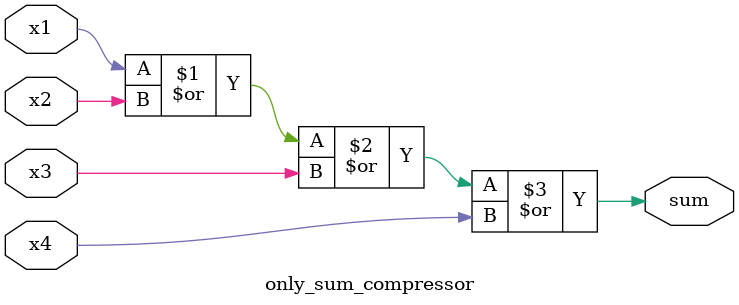
<source format=v>
module only_sum_compressor(
    input x1,
    input x2,
    input x3,
    input x4,
    output sum
);

    assign sum = x1 | x2 | x3 | x4;

endmodule

</source>
